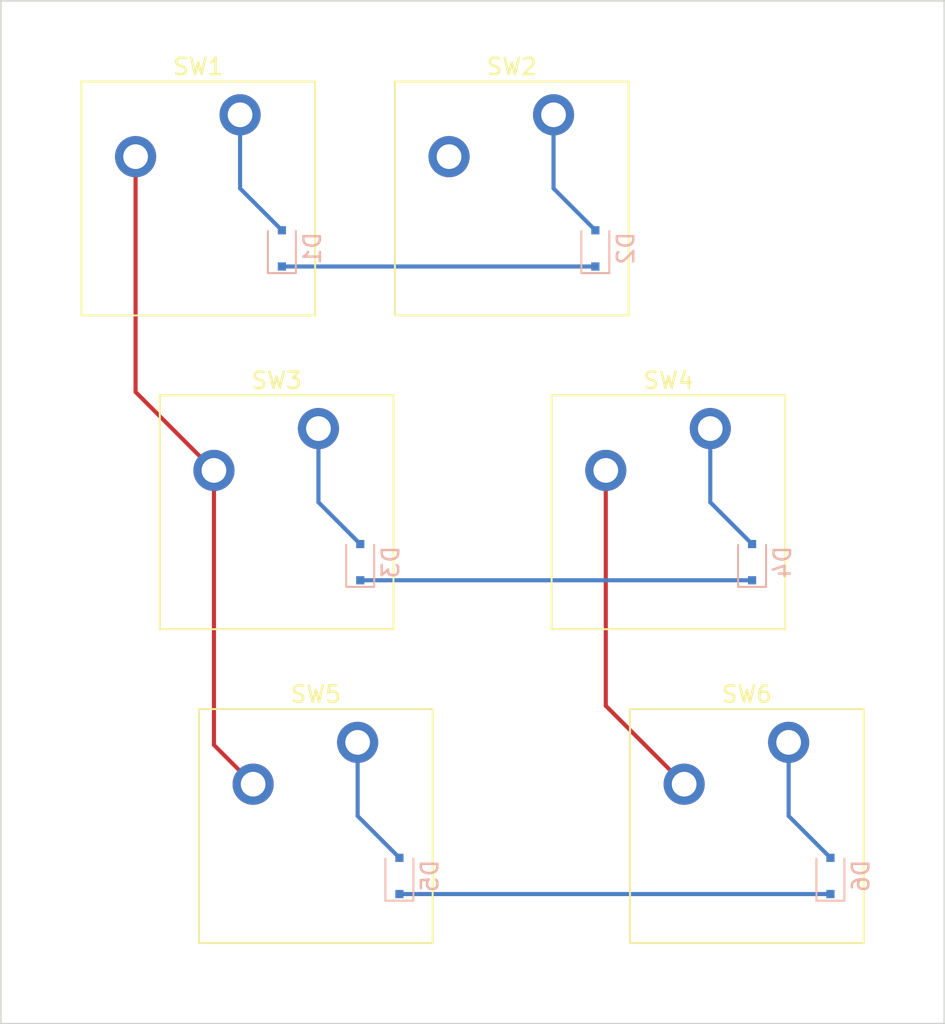
<source format=kicad_pcb>
(kicad_pcb (version 20171130) (host pcbnew 5.1.9-73d0e3b20d~88~ubuntu20.04.1)

  (general
    (thickness 1.6)
    (drawings 4)
    (tracks 21)
    (zones 0)
    (modules 12)
    (nets 13)
  )

  (page A4)
  (layers
    (0 F.Cu signal)
    (31 B.Cu signal)
    (32 B.Adhes user)
    (33 F.Adhes user)
    (34 B.Paste user)
    (35 F.Paste user)
    (36 B.SilkS user)
    (37 F.SilkS user)
    (38 B.Mask user)
    (39 F.Mask user)
    (40 Dwgs.User user)
    (41 Cmts.User user)
    (42 Eco1.User user)
    (43 Eco2.User user)
    (44 Edge.Cuts user)
    (45 Margin user)
    (46 B.CrtYd user)
    (47 F.CrtYd user)
    (48 B.Fab user)
    (49 F.Fab user)
  )

  (setup
    (last_trace_width 0.25)
    (trace_clearance 0.2)
    (zone_clearance 0.508)
    (zone_45_only no)
    (trace_min 0.2)
    (via_size 0.8)
    (via_drill 0.4)
    (via_min_size 0.4)
    (via_min_drill 0.3)
    (uvia_size 0.3)
    (uvia_drill 0.1)
    (uvias_allowed no)
    (uvia_min_size 0.2)
    (uvia_min_drill 0.1)
    (edge_width 0.05)
    (segment_width 0.2)
    (pcb_text_width 0.3)
    (pcb_text_size 1.5 1.5)
    (mod_edge_width 0.12)
    (mod_text_size 1 1)
    (mod_text_width 0.15)
    (pad_size 1.524 1.524)
    (pad_drill 0.762)
    (pad_to_mask_clearance 0)
    (aux_axis_origin 0 0)
    (visible_elements FFFFFF7F)
    (pcbplotparams
      (layerselection 0x010fc_ffffffff)
      (usegerberextensions false)
      (usegerberattributes true)
      (usegerberadvancedattributes true)
      (creategerberjobfile true)
      (excludeedgelayer true)
      (linewidth 0.150000)
      (plotframeref false)
      (viasonmask false)
      (mode 1)
      (useauxorigin false)
      (hpglpennumber 1)
      (hpglpenspeed 20)
      (hpglpendiameter 15.000000)
      (psnegative false)
      (psa4output false)
      (plotreference true)
      (plotvalue true)
      (plotinvisibletext false)
      (padsonsilk false)
      (subtractmaskfromsilk false)
      (outputformat 1)
      (mirror false)
      (drillshape 1)
      (scaleselection 1)
      (outputdirectory ""))
  )

  (net 0 "")
  (net 1 COL0)
  (net 2 COL1)
  (net 3 COL2)
  (net 4 N$1)
  (net 5 N$2)
  (net 6 N$3)
  (net 7 N$4)
  (net 8 N$5)
  (net 9 N$6)
  (net 10 ROW0)
  (net 11 ROW1)
  (net 12 ROW2)

  (net_class Default "This is the default net class."
    (clearance 0.2)
    (trace_width 0.25)
    (via_dia 0.8)
    (via_drill 0.4)
    (uvia_dia 0.3)
    (uvia_drill 0.1)
    (add_net COL0)
    (add_net COL1)
    (add_net COL2)
    (add_net N$1)
    (add_net N$2)
    (add_net N$3)
    (add_net N$4)
    (add_net N$5)
    (add_net N$6)
    (add_net ROW0)
    (add_net ROW1)
    (add_net ROW2)
  )

  (module SW_Cherry_MX_PCB_1.00u (layer F.Cu) (tedit 602D5B6F) (tstamp 60529088)
    (at 67.8625 72.625)
    (descr "Cherry MX keyswitch, https://www.cherrymx.de/en/dev.html")
    (tags "Cherry MX Keyboard Keyswitch Switch PCB 1.00u")
    (path /top/17271162349258506133)
    (fp_text reference SW6 (at 0 -8) (layer F.SilkS)
      (effects (font (size 1 1) (thickness 0.15)))
    )
    (fp_text value SW_Push (at 0 8) (layer F.Fab)
      (effects (font (size 1 1) (thickness 0.15)))
    )
    (fp_line (start -7 -7) (end -7 7) (layer F.Fab) (width 0.1))
    (fp_line (start -7 7) (end 7 7) (layer F.Fab) (width 0.1))
    (fp_line (start 7 7) (end 7 -7) (layer F.Fab) (width 0.1))
    (fp_line (start 7 -7) (end -7 -7) (layer F.Fab) (width 0.1))
    (fp_line (start -7.1 -7.1) (end -7.1 7.1) (layer F.SilkS) (width 0.12))
    (fp_line (start -7.1 7.1) (end 7.1 7.1) (layer F.SilkS) (width 0.12))
    (fp_line (start 7.1 7.1) (end 7.1 -7.1) (layer F.SilkS) (width 0.12))
    (fp_line (start 7.1 -7.1) (end -7.1 -7.1) (layer F.SilkS) (width 0.12))
    (fp_line (start -7.25 -7.25) (end -7.25 7.25) (layer F.CrtYd) (width 0.05))
    (fp_line (start -7.25 7.25) (end 7.25 7.25) (layer F.CrtYd) (width 0.05))
    (fp_line (start 7.25 7.25) (end 7.25 -7.25) (layer F.CrtYd) (width 0.05))
    (fp_line (start 7.25 -7.25) (end -7.25 -7.25) (layer F.CrtYd) (width 0.05))
    (fp_line (start -9.525 -9.525) (end -9.525 9.525) (layer Dwgs.User) (width 0.1))
    (fp_line (start -9.525 9.525) (end 9.525 9.525) (layer Dwgs.User) (width 0.1))
    (fp_line (start 9.525 9.525) (end 9.525 -9.525) (layer Dwgs.User) (width 0.1))
    (fp_line (start 9.525 -9.525) (end -9.525 -9.525) (layer Dwgs.User) (width 0.1))
    (fp_text user %R (at 0 0) (layer F.Fab)
      (effects (font (size 1 1) (thickness 0.15)))
    )
    (pad "" np_thru_hole circle (at 5.08 0) (size 1.75 1.75) (drill 1.75) (layers *.Cu *.Mask))
    (pad "" np_thru_hole circle (at -5.08 0) (size 1.75 1.75) (drill 1.75) (layers *.Cu *.Mask))
    (pad "" np_thru_hole circle (at 0 0) (size 4 4) (drill 4) (layers *.Cu *.Mask))
    (pad 2 thru_hole circle (at 2.54 -5.08) (size 2.5 2.5) (drill 1.5) (layers *.Cu B.Mask)
      (net 9 N$6))
    (pad 1 thru_hole circle (at -3.81 -2.54) (size 2.5 2.5) (drill 1.5) (layers *.Cu B.Mask)
      (net 3 COL2))
    (model ${KEYSWITCH_LIB_3D}/Switch_Keyboard_Cherry_MX.3dshapes/SW_Cherry_MX_PCB.wrl
      (at (xyz 0 0 0))
      (scale (xyz 1 1 1))
      (rotate (xyz 0 0 0))
    )
  )

  (module SW_Cherry_MX_PCB_1.75u (layer F.Cu) (tedit 602D5B6F) (tstamp 60528FF7)
    (at 41.66875 72.625)
    (descr "Cherry MX keyswitch, https://www.cherrymx.de/en/dev.html")
    (tags "Cherry MX Keyboard Keyswitch Switch PCB 1.75u")
    (path /top/4776013068068764513)
    (fp_text reference SW5 (at 0 -8) (layer F.SilkS)
      (effects (font (size 1 1) (thickness 0.15)))
    )
    (fp_text value SW_Push (at 0 8) (layer F.Fab)
      (effects (font (size 1 1) (thickness 0.15)))
    )
    (fp_line (start -7 -7) (end -7 7) (layer F.Fab) (width 0.1))
    (fp_line (start -7 7) (end 7 7) (layer F.Fab) (width 0.1))
    (fp_line (start 7 7) (end 7 -7) (layer F.Fab) (width 0.1))
    (fp_line (start 7 -7) (end -7 -7) (layer F.Fab) (width 0.1))
    (fp_line (start -7.1 -7.1) (end -7.1 7.1) (layer F.SilkS) (width 0.12))
    (fp_line (start -7.1 7.1) (end 7.1 7.1) (layer F.SilkS) (width 0.12))
    (fp_line (start 7.1 7.1) (end 7.1 -7.1) (layer F.SilkS) (width 0.12))
    (fp_line (start 7.1 -7.1) (end -7.1 -7.1) (layer F.SilkS) (width 0.12))
    (fp_line (start -7.25 -7.25) (end -7.25 7.25) (layer F.CrtYd) (width 0.05))
    (fp_line (start -7.25 7.25) (end 7.25 7.25) (layer F.CrtYd) (width 0.05))
    (fp_line (start 7.25 7.25) (end 7.25 -7.25) (layer F.CrtYd) (width 0.05))
    (fp_line (start 7.25 -7.25) (end -7.25 -7.25) (layer F.CrtYd) (width 0.05))
    (fp_line (start -16.66875 -9.525) (end -16.66875 9.525) (layer Dwgs.User) (width 0.1))
    (fp_line (start -16.66875 9.525) (end 16.66875 9.525) (layer Dwgs.User) (width 0.1))
    (fp_line (start 16.66875 9.525) (end 16.66875 -9.525) (layer Dwgs.User) (width 0.1))
    (fp_line (start 16.66875 -9.525) (end -16.66875 -9.525) (layer Dwgs.User) (width 0.1))
    (fp_text user %R (at 0 0) (layer F.Fab)
      (effects (font (size 1 1) (thickness 0.15)))
    )
    (pad "" np_thru_hole circle (at 5.08 0) (size 1.75 1.75) (drill 1.75) (layers *.Cu *.Mask))
    (pad "" np_thru_hole circle (at -5.08 0) (size 1.75 1.75) (drill 1.75) (layers *.Cu *.Mask))
    (pad "" np_thru_hole circle (at 0 0) (size 4 4) (drill 4) (layers *.Cu *.Mask))
    (pad 2 thru_hole circle (at 2.54 -5.08) (size 2.5 2.5) (drill 1.5) (layers *.Cu B.Mask)
      (net 8 N$5))
    (pad 1 thru_hole circle (at -3.81 -2.54) (size 2.5 2.5) (drill 1.5) (layers *.Cu B.Mask)
      (net 1 COL0))
    (model ${KEYSWITCH_LIB_3D}/Switch_Keyboard_Cherry_MX.3dshapes/SW_Cherry_MX_PCB.wrl
      (at (xyz 0 0 0))
      (scale (xyz 1 1 1))
      (rotate (xyz 0 0 0))
    )
  )

  (module SW_Cherry_MX_PCB_1.00u (layer F.Cu) (tedit 602D5B6F) (tstamp 60528F66)
    (at 63.1 53.575)
    (descr "Cherry MX keyswitch, https://www.cherrymx.de/en/dev.html")
    (tags "Cherry MX Keyboard Keyswitch Switch PCB 1.00u")
    (path /top/13820252888379970754)
    (fp_text reference SW4 (at 0 -8) (layer F.SilkS)
      (effects (font (size 1 1) (thickness 0.15)))
    )
    (fp_text value SW_Push (at 0 8) (layer F.Fab)
      (effects (font (size 1 1) (thickness 0.15)))
    )
    (fp_line (start -7 -7) (end -7 7) (layer F.Fab) (width 0.1))
    (fp_line (start -7 7) (end 7 7) (layer F.Fab) (width 0.1))
    (fp_line (start 7 7) (end 7 -7) (layer F.Fab) (width 0.1))
    (fp_line (start 7 -7) (end -7 -7) (layer F.Fab) (width 0.1))
    (fp_line (start -7.1 -7.1) (end -7.1 7.1) (layer F.SilkS) (width 0.12))
    (fp_line (start -7.1 7.1) (end 7.1 7.1) (layer F.SilkS) (width 0.12))
    (fp_line (start 7.1 7.1) (end 7.1 -7.1) (layer F.SilkS) (width 0.12))
    (fp_line (start 7.1 -7.1) (end -7.1 -7.1) (layer F.SilkS) (width 0.12))
    (fp_line (start -7.25 -7.25) (end -7.25 7.25) (layer F.CrtYd) (width 0.05))
    (fp_line (start -7.25 7.25) (end 7.25 7.25) (layer F.CrtYd) (width 0.05))
    (fp_line (start 7.25 7.25) (end 7.25 -7.25) (layer F.CrtYd) (width 0.05))
    (fp_line (start 7.25 -7.25) (end -7.25 -7.25) (layer F.CrtYd) (width 0.05))
    (fp_line (start -9.525 -9.525) (end -9.525 9.525) (layer Dwgs.User) (width 0.1))
    (fp_line (start -9.525 9.525) (end 9.525 9.525) (layer Dwgs.User) (width 0.1))
    (fp_line (start 9.525 9.525) (end 9.525 -9.525) (layer Dwgs.User) (width 0.1))
    (fp_line (start 9.525 -9.525) (end -9.525 -9.525) (layer Dwgs.User) (width 0.1))
    (fp_text user %R (at 0 0) (layer F.Fab)
      (effects (font (size 1 1) (thickness 0.15)))
    )
    (pad "" np_thru_hole circle (at 5.08 0) (size 1.75 1.75) (drill 1.75) (layers *.Cu *.Mask))
    (pad "" np_thru_hole circle (at -5.08 0) (size 1.75 1.75) (drill 1.75) (layers *.Cu *.Mask))
    (pad "" np_thru_hole circle (at 0 0) (size 4 4) (drill 4) (layers *.Cu *.Mask))
    (pad 2 thru_hole circle (at 2.54 -5.08) (size 2.5 2.5) (drill 1.5) (layers *.Cu B.Mask)
      (net 7 N$4))
    (pad 1 thru_hole circle (at -3.81 -2.54) (size 2.5 2.5) (drill 1.5) (layers *.Cu B.Mask)
      (net 3 COL2))
    (model ${KEYSWITCH_LIB_3D}/Switch_Keyboard_Cherry_MX.3dshapes/SW_Cherry_MX_PCB.wrl
      (at (xyz 0 0 0))
      (scale (xyz 1 1 1))
      (rotate (xyz 0 0 0))
    )
  )

  (module SW_Cherry_MX_PCB_1.50u (layer F.Cu) (tedit 602D5B6F) (tstamp 60528ED5)
    (at 39.2875 53.575)
    (descr "Cherry MX keyswitch, https://www.cherrymx.de/en/dev.html")
    (tags "Cherry MX Keyboard Keyswitch Switch PCB 1.50u")
    (path /top/11092492968316762514)
    (fp_text reference SW3 (at 0 -8) (layer F.SilkS)
      (effects (font (size 1 1) (thickness 0.15)))
    )
    (fp_text value SW_Push (at 0 8) (layer F.Fab)
      (effects (font (size 1 1) (thickness 0.15)))
    )
    (fp_line (start -7 -7) (end -7 7) (layer F.Fab) (width 0.1))
    (fp_line (start -7 7) (end 7 7) (layer F.Fab) (width 0.1))
    (fp_line (start 7 7) (end 7 -7) (layer F.Fab) (width 0.1))
    (fp_line (start 7 -7) (end -7 -7) (layer F.Fab) (width 0.1))
    (fp_line (start -7.1 -7.1) (end -7.1 7.1) (layer F.SilkS) (width 0.12))
    (fp_line (start -7.1 7.1) (end 7.1 7.1) (layer F.SilkS) (width 0.12))
    (fp_line (start 7.1 7.1) (end 7.1 -7.1) (layer F.SilkS) (width 0.12))
    (fp_line (start 7.1 -7.1) (end -7.1 -7.1) (layer F.SilkS) (width 0.12))
    (fp_line (start -7.25 -7.25) (end -7.25 7.25) (layer F.CrtYd) (width 0.05))
    (fp_line (start -7.25 7.25) (end 7.25 7.25) (layer F.CrtYd) (width 0.05))
    (fp_line (start 7.25 7.25) (end 7.25 -7.25) (layer F.CrtYd) (width 0.05))
    (fp_line (start 7.25 -7.25) (end -7.25 -7.25) (layer F.CrtYd) (width 0.05))
    (fp_line (start -14.2875 -9.525) (end -14.2875 9.525) (layer Dwgs.User) (width 0.1))
    (fp_line (start -14.2875 9.525) (end 14.2875 9.525) (layer Dwgs.User) (width 0.1))
    (fp_line (start 14.2875 9.525) (end 14.2875 -9.525) (layer Dwgs.User) (width 0.1))
    (fp_line (start 14.2875 -9.525) (end -14.2875 -9.525) (layer Dwgs.User) (width 0.1))
    (fp_text user %R (at 0 0) (layer F.Fab)
      (effects (font (size 1 1) (thickness 0.15)))
    )
    (pad "" np_thru_hole circle (at 5.08 0) (size 1.75 1.75) (drill 1.75) (layers *.Cu *.Mask))
    (pad "" np_thru_hole circle (at -5.08 0) (size 1.75 1.75) (drill 1.75) (layers *.Cu *.Mask))
    (pad "" np_thru_hole circle (at 0 0) (size 4 4) (drill 4) (layers *.Cu *.Mask))
    (pad 2 thru_hole circle (at 2.54 -5.08) (size 2.5 2.5) (drill 1.5) (layers *.Cu B.Mask)
      (net 6 N$3))
    (pad 1 thru_hole circle (at -3.81 -2.54) (size 2.5 2.5) (drill 1.5) (layers *.Cu B.Mask)
      (net 1 COL0))
    (model ${KEYSWITCH_LIB_3D}/Switch_Keyboard_Cherry_MX.3dshapes/SW_Cherry_MX_PCB.wrl
      (at (xyz 0 0 0))
      (scale (xyz 1 1 1))
      (rotate (xyz 0 0 0))
    )
  )

  (module SW_Cherry_MX_PCB_1.00u (layer F.Cu) (tedit 602D5B6F) (tstamp 60528E44)
    (at 53.575 34.525)
    (descr "Cherry MX keyswitch, https://www.cherrymx.de/en/dev.html")
    (tags "Cherry MX Keyboard Keyswitch Switch PCB 1.00u")
    (path /top/10375741220794181206)
    (fp_text reference SW2 (at 0 -8) (layer F.SilkS)
      (effects (font (size 1 1) (thickness 0.15)))
    )
    (fp_text value SW_Push (at 0 8) (layer F.Fab)
      (effects (font (size 1 1) (thickness 0.15)))
    )
    (fp_line (start -7 -7) (end -7 7) (layer F.Fab) (width 0.1))
    (fp_line (start -7 7) (end 7 7) (layer F.Fab) (width 0.1))
    (fp_line (start 7 7) (end 7 -7) (layer F.Fab) (width 0.1))
    (fp_line (start 7 -7) (end -7 -7) (layer F.Fab) (width 0.1))
    (fp_line (start -7.1 -7.1) (end -7.1 7.1) (layer F.SilkS) (width 0.12))
    (fp_line (start -7.1 7.1) (end 7.1 7.1) (layer F.SilkS) (width 0.12))
    (fp_line (start 7.1 7.1) (end 7.1 -7.1) (layer F.SilkS) (width 0.12))
    (fp_line (start 7.1 -7.1) (end -7.1 -7.1) (layer F.SilkS) (width 0.12))
    (fp_line (start -7.25 -7.25) (end -7.25 7.25) (layer F.CrtYd) (width 0.05))
    (fp_line (start -7.25 7.25) (end 7.25 7.25) (layer F.CrtYd) (width 0.05))
    (fp_line (start 7.25 7.25) (end 7.25 -7.25) (layer F.CrtYd) (width 0.05))
    (fp_line (start 7.25 -7.25) (end -7.25 -7.25) (layer F.CrtYd) (width 0.05))
    (fp_line (start -9.525 -9.525) (end -9.525 9.525) (layer Dwgs.User) (width 0.1))
    (fp_line (start -9.525 9.525) (end 9.525 9.525) (layer Dwgs.User) (width 0.1))
    (fp_line (start 9.525 9.525) (end 9.525 -9.525) (layer Dwgs.User) (width 0.1))
    (fp_line (start 9.525 -9.525) (end -9.525 -9.525) (layer Dwgs.User) (width 0.1))
    (fp_text user %R (at 0 0) (layer F.Fab)
      (effects (font (size 1 1) (thickness 0.15)))
    )
    (pad "" np_thru_hole circle (at 5.08 0) (size 1.75 1.75) (drill 1.75) (layers *.Cu *.Mask))
    (pad "" np_thru_hole circle (at -5.08 0) (size 1.75 1.75) (drill 1.75) (layers *.Cu *.Mask))
    (pad "" np_thru_hole circle (at 0 0) (size 4 4) (drill 4) (layers *.Cu *.Mask))
    (pad 2 thru_hole circle (at 2.54 -5.08) (size 2.5 2.5) (drill 1.5) (layers *.Cu B.Mask)
      (net 5 N$2))
    (pad 1 thru_hole circle (at -3.81 -2.54) (size 2.5 2.5) (drill 1.5) (layers *.Cu B.Mask)
      (net 2 COL1))
    (model ${KEYSWITCH_LIB_3D}/Switch_Keyboard_Cherry_MX.3dshapes/SW_Cherry_MX_PCB.wrl
      (at (xyz 0 0 0))
      (scale (xyz 1 1 1))
      (rotate (xyz 0 0 0))
    )
  )

  (module SW_Cherry_MX_PCB_1.00u (layer F.Cu) (tedit 602D5B6F) (tstamp 60528DB3)
    (at 34.525 34.525)
    (descr "Cherry MX keyswitch, https://www.cherrymx.de/en/dev.html")
    (tags "Cherry MX Keyboard Keyswitch Switch PCB 1.00u")
    (path /top/13578606004358057642)
    (fp_text reference SW1 (at 0 -8) (layer F.SilkS)
      (effects (font (size 1 1) (thickness 0.15)))
    )
    (fp_text value SW_Push (at 0 8) (layer F.Fab)
      (effects (font (size 1 1) (thickness 0.15)))
    )
    (fp_line (start -7 -7) (end -7 7) (layer F.Fab) (width 0.1))
    (fp_line (start -7 7) (end 7 7) (layer F.Fab) (width 0.1))
    (fp_line (start 7 7) (end 7 -7) (layer F.Fab) (width 0.1))
    (fp_line (start 7 -7) (end -7 -7) (layer F.Fab) (width 0.1))
    (fp_line (start -7.1 -7.1) (end -7.1 7.1) (layer F.SilkS) (width 0.12))
    (fp_line (start -7.1 7.1) (end 7.1 7.1) (layer F.SilkS) (width 0.12))
    (fp_line (start 7.1 7.1) (end 7.1 -7.1) (layer F.SilkS) (width 0.12))
    (fp_line (start 7.1 -7.1) (end -7.1 -7.1) (layer F.SilkS) (width 0.12))
    (fp_line (start -7.25 -7.25) (end -7.25 7.25) (layer F.CrtYd) (width 0.05))
    (fp_line (start -7.25 7.25) (end 7.25 7.25) (layer F.CrtYd) (width 0.05))
    (fp_line (start 7.25 7.25) (end 7.25 -7.25) (layer F.CrtYd) (width 0.05))
    (fp_line (start 7.25 -7.25) (end -7.25 -7.25) (layer F.CrtYd) (width 0.05))
    (fp_line (start -9.525 -9.525) (end -9.525 9.525) (layer Dwgs.User) (width 0.1))
    (fp_line (start -9.525 9.525) (end 9.525 9.525) (layer Dwgs.User) (width 0.1))
    (fp_line (start 9.525 9.525) (end 9.525 -9.525) (layer Dwgs.User) (width 0.1))
    (fp_line (start 9.525 -9.525) (end -9.525 -9.525) (layer Dwgs.User) (width 0.1))
    (fp_text user %R (at 0 0) (layer F.Fab)
      (effects (font (size 1 1) (thickness 0.15)))
    )
    (pad "" np_thru_hole circle (at 5.08 0) (size 1.75 1.75) (drill 1.75) (layers *.Cu *.Mask))
    (pad "" np_thru_hole circle (at -5.08 0) (size 1.75 1.75) (drill 1.75) (layers *.Cu *.Mask))
    (pad "" np_thru_hole circle (at 0 0) (size 4 4) (drill 4) (layers *.Cu *.Mask))
    (pad 2 thru_hole circle (at 2.54 -5.08) (size 2.5 2.5) (drill 1.5) (layers *.Cu B.Mask)
      (net 4 N$1))
    (pad 1 thru_hole circle (at -3.81 -2.54) (size 2.5 2.5) (drill 1.5) (layers *.Cu B.Mask)
      (net 1 COL0))
    (model ${KEYSWITCH_LIB_3D}/Switch_Keyboard_Cherry_MX.3dshapes/SW_Cherry_MX_PCB.wrl
      (at (xyz 0 0 0))
      (scale (xyz 1 1 1))
      (rotate (xyz 0 0 0))
    )
  )

  (module D_SOD-323F (layer B.Cu) (tedit 590A48EB) (tstamp 60528D24)
    (at 72.9425 75.655 90)
    (descr "SOD-323F http://www.nxp.com/documents/outline_drawing/SOD323F.pdf")
    (tags SOD-323F)
    (path /top/3595895372375394985)
    (attr smd)
    (fp_text reference D6 (at 0 1.85 90) (layer B.SilkS)
      (effects (font (size 1 1) (thickness 0.15)) (justify mirror))
    )
    (fp_text value D (at 0.1 -1.9 90) (layer B.Fab)
      (effects (font (size 1 1) (thickness 0.15)) (justify mirror))
    )
    (fp_line (start -1.5 0.85) (end -1.5 -0.85) (layer B.SilkS) (width 0.12))
    (fp_line (start 0.2 0) (end 0.45 0) (layer B.Fab) (width 0.1))
    (fp_line (start 0.2 -0.35) (end -0.3 0) (layer B.Fab) (width 0.1))
    (fp_line (start 0.2 0.35) (end 0.2 -0.35) (layer B.Fab) (width 0.1))
    (fp_line (start -0.3 0) (end 0.2 0.35) (layer B.Fab) (width 0.1))
    (fp_line (start -0.3 0) (end -0.5 0) (layer B.Fab) (width 0.1))
    (fp_line (start -0.3 0.35) (end -0.3 -0.35) (layer B.Fab) (width 0.1))
    (fp_line (start -0.9 -0.7) (end -0.9 0.7) (layer B.Fab) (width 0.1))
    (fp_line (start 0.9 -0.7) (end -0.9 -0.7) (layer B.Fab) (width 0.1))
    (fp_line (start 0.9 0.7) (end 0.9 -0.7) (layer B.Fab) (width 0.1))
    (fp_line (start -0.9 0.7) (end 0.9 0.7) (layer B.Fab) (width 0.1))
    (fp_line (start -1.6 0.95) (end 1.6 0.95) (layer B.CrtYd) (width 0.05))
    (fp_line (start 1.6 0.95) (end 1.6 -0.95) (layer B.CrtYd) (width 0.05))
    (fp_line (start -1.6 -0.95) (end 1.6 -0.95) (layer B.CrtYd) (width 0.05))
    (fp_line (start -1.6 0.95) (end -1.6 -0.95) (layer B.CrtYd) (width 0.05))
    (fp_line (start -1.5 -0.85) (end 1.05 -0.85) (layer B.SilkS) (width 0.12))
    (fp_line (start -1.5 0.85) (end 1.05 0.85) (layer B.SilkS) (width 0.12))
    (fp_text user %R (at 0 1.85 90) (layer B.Fab)
      (effects (font (size 1 1) (thickness 0.15)) (justify mirror))
    )
    (pad 2 smd rect (at 1.1 0 90) (size 0.5 0.5) (layers B.Cu B.Paste B.Mask)
      (net 9 N$6))
    (pad 1 smd rect (at -1.1 0 90) (size 0.5 0.5) (layers B.Cu B.Paste B.Mask)
      (net 12 ROW2))
    (model ${KISYS3DMOD}/Diode_SMD.3dshapes/D_SOD-323F.wrl
      (at (xyz 0 0 0))
      (scale (xyz 1 1 1))
      (rotate (xyz 0 0 0))
    )
  )

  (module D_SOD-323F (layer B.Cu) (tedit 590A48EB) (tstamp 60528C5F)
    (at 46.74875 75.655 90)
    (descr "SOD-323F http://www.nxp.com/documents/outline_drawing/SOD323F.pdf")
    (tags SOD-323F)
    (path /top/8510552495190868381)
    (attr smd)
    (fp_text reference D5 (at 0 1.85 90) (layer B.SilkS)
      (effects (font (size 1 1) (thickness 0.15)) (justify mirror))
    )
    (fp_text value D (at 0.1 -1.9 90) (layer B.Fab)
      (effects (font (size 1 1) (thickness 0.15)) (justify mirror))
    )
    (fp_line (start -1.5 0.85) (end -1.5 -0.85) (layer B.SilkS) (width 0.12))
    (fp_line (start 0.2 0) (end 0.45 0) (layer B.Fab) (width 0.1))
    (fp_line (start 0.2 -0.35) (end -0.3 0) (layer B.Fab) (width 0.1))
    (fp_line (start 0.2 0.35) (end 0.2 -0.35) (layer B.Fab) (width 0.1))
    (fp_line (start -0.3 0) (end 0.2 0.35) (layer B.Fab) (width 0.1))
    (fp_line (start -0.3 0) (end -0.5 0) (layer B.Fab) (width 0.1))
    (fp_line (start -0.3 0.35) (end -0.3 -0.35) (layer B.Fab) (width 0.1))
    (fp_line (start -0.9 -0.7) (end -0.9 0.7) (layer B.Fab) (width 0.1))
    (fp_line (start 0.9 -0.7) (end -0.9 -0.7) (layer B.Fab) (width 0.1))
    (fp_line (start 0.9 0.7) (end 0.9 -0.7) (layer B.Fab) (width 0.1))
    (fp_line (start -0.9 0.7) (end 0.9 0.7) (layer B.Fab) (width 0.1))
    (fp_line (start -1.6 0.95) (end 1.6 0.95) (layer B.CrtYd) (width 0.05))
    (fp_line (start 1.6 0.95) (end 1.6 -0.95) (layer B.CrtYd) (width 0.05))
    (fp_line (start -1.6 -0.95) (end 1.6 -0.95) (layer B.CrtYd) (width 0.05))
    (fp_line (start -1.6 0.95) (end -1.6 -0.95) (layer B.CrtYd) (width 0.05))
    (fp_line (start -1.5 -0.85) (end 1.05 -0.85) (layer B.SilkS) (width 0.12))
    (fp_line (start -1.5 0.85) (end 1.05 0.85) (layer B.SilkS) (width 0.12))
    (fp_text user %R (at 0 1.85 90) (layer B.Fab)
      (effects (font (size 1 1) (thickness 0.15)) (justify mirror))
    )
    (pad 2 smd rect (at 1.1 0 90) (size 0.5 0.5) (layers B.Cu B.Paste B.Mask)
      (net 8 N$5))
    (pad 1 smd rect (at -1.1 0 90) (size 0.5 0.5) (layers B.Cu B.Paste B.Mask)
      (net 12 ROW2))
    (model ${KISYS3DMOD}/Diode_SMD.3dshapes/D_SOD-323F.wrl
      (at (xyz 0 0 0))
      (scale (xyz 1 1 1))
      (rotate (xyz 0 0 0))
    )
  )

  (module D_SOD-323F (layer B.Cu) (tedit 590A48EB) (tstamp 60528B9A)
    (at 68.18 56.605 90)
    (descr "SOD-323F http://www.nxp.com/documents/outline_drawing/SOD323F.pdf")
    (tags SOD-323F)
    (path /top/2668230186532660035)
    (attr smd)
    (fp_text reference D4 (at 0 1.85 90) (layer B.SilkS)
      (effects (font (size 1 1) (thickness 0.15)) (justify mirror))
    )
    (fp_text value D (at 0.1 -1.9 90) (layer B.Fab)
      (effects (font (size 1 1) (thickness 0.15)) (justify mirror))
    )
    (fp_line (start -1.5 0.85) (end -1.5 -0.85) (layer B.SilkS) (width 0.12))
    (fp_line (start 0.2 0) (end 0.45 0) (layer B.Fab) (width 0.1))
    (fp_line (start 0.2 -0.35) (end -0.3 0) (layer B.Fab) (width 0.1))
    (fp_line (start 0.2 0.35) (end 0.2 -0.35) (layer B.Fab) (width 0.1))
    (fp_line (start -0.3 0) (end 0.2 0.35) (layer B.Fab) (width 0.1))
    (fp_line (start -0.3 0) (end -0.5 0) (layer B.Fab) (width 0.1))
    (fp_line (start -0.3 0.35) (end -0.3 -0.35) (layer B.Fab) (width 0.1))
    (fp_line (start -0.9 -0.7) (end -0.9 0.7) (layer B.Fab) (width 0.1))
    (fp_line (start 0.9 -0.7) (end -0.9 -0.7) (layer B.Fab) (width 0.1))
    (fp_line (start 0.9 0.7) (end 0.9 -0.7) (layer B.Fab) (width 0.1))
    (fp_line (start -0.9 0.7) (end 0.9 0.7) (layer B.Fab) (width 0.1))
    (fp_line (start -1.6 0.95) (end 1.6 0.95) (layer B.CrtYd) (width 0.05))
    (fp_line (start 1.6 0.95) (end 1.6 -0.95) (layer B.CrtYd) (width 0.05))
    (fp_line (start -1.6 -0.95) (end 1.6 -0.95) (layer B.CrtYd) (width 0.05))
    (fp_line (start -1.6 0.95) (end -1.6 -0.95) (layer B.CrtYd) (width 0.05))
    (fp_line (start -1.5 -0.85) (end 1.05 -0.85) (layer B.SilkS) (width 0.12))
    (fp_line (start -1.5 0.85) (end 1.05 0.85) (layer B.SilkS) (width 0.12))
    (fp_text user %R (at 0 1.85 90) (layer B.Fab)
      (effects (font (size 1 1) (thickness 0.15)) (justify mirror))
    )
    (pad 2 smd rect (at 1.1 0 90) (size 0.5 0.5) (layers B.Cu B.Paste B.Mask)
      (net 7 N$4))
    (pad 1 smd rect (at -1.1 0 90) (size 0.5 0.5) (layers B.Cu B.Paste B.Mask)
      (net 11 ROW1))
    (model ${KISYS3DMOD}/Diode_SMD.3dshapes/D_SOD-323F.wrl
      (at (xyz 0 0 0))
      (scale (xyz 1 1 1))
      (rotate (xyz 0 0 0))
    )
  )

  (module D_SOD-323F (layer B.Cu) (tedit 590A48EB) (tstamp 60528AD5)
    (at 44.3675 56.605 90)
    (descr "SOD-323F http://www.nxp.com/documents/outline_drawing/SOD323F.pdf")
    (tags SOD-323F)
    (path /top/9601076057707315429)
    (attr smd)
    (fp_text reference D3 (at 0 1.85 90) (layer B.SilkS)
      (effects (font (size 1 1) (thickness 0.15)) (justify mirror))
    )
    (fp_text value D (at 0.1 -1.9 90) (layer B.Fab)
      (effects (font (size 1 1) (thickness 0.15)) (justify mirror))
    )
    (fp_line (start -1.5 0.85) (end -1.5 -0.85) (layer B.SilkS) (width 0.12))
    (fp_line (start 0.2 0) (end 0.45 0) (layer B.Fab) (width 0.1))
    (fp_line (start 0.2 -0.35) (end -0.3 0) (layer B.Fab) (width 0.1))
    (fp_line (start 0.2 0.35) (end 0.2 -0.35) (layer B.Fab) (width 0.1))
    (fp_line (start -0.3 0) (end 0.2 0.35) (layer B.Fab) (width 0.1))
    (fp_line (start -0.3 0) (end -0.5 0) (layer B.Fab) (width 0.1))
    (fp_line (start -0.3 0.35) (end -0.3 -0.35) (layer B.Fab) (width 0.1))
    (fp_line (start -0.9 -0.7) (end -0.9 0.7) (layer B.Fab) (width 0.1))
    (fp_line (start 0.9 -0.7) (end -0.9 -0.7) (layer B.Fab) (width 0.1))
    (fp_line (start 0.9 0.7) (end 0.9 -0.7) (layer B.Fab) (width 0.1))
    (fp_line (start -0.9 0.7) (end 0.9 0.7) (layer B.Fab) (width 0.1))
    (fp_line (start -1.6 0.95) (end 1.6 0.95) (layer B.CrtYd) (width 0.05))
    (fp_line (start 1.6 0.95) (end 1.6 -0.95) (layer B.CrtYd) (width 0.05))
    (fp_line (start -1.6 -0.95) (end 1.6 -0.95) (layer B.CrtYd) (width 0.05))
    (fp_line (start -1.6 0.95) (end -1.6 -0.95) (layer B.CrtYd) (width 0.05))
    (fp_line (start -1.5 -0.85) (end 1.05 -0.85) (layer B.SilkS) (width 0.12))
    (fp_line (start -1.5 0.85) (end 1.05 0.85) (layer B.SilkS) (width 0.12))
    (fp_text user %R (at 0 1.85 90) (layer B.Fab)
      (effects (font (size 1 1) (thickness 0.15)) (justify mirror))
    )
    (pad 2 smd rect (at 1.1 0 90) (size 0.5 0.5) (layers B.Cu B.Paste B.Mask)
      (net 6 N$3))
    (pad 1 smd rect (at -1.1 0 90) (size 0.5 0.5) (layers B.Cu B.Paste B.Mask)
      (net 11 ROW1))
    (model ${KISYS3DMOD}/Diode_SMD.3dshapes/D_SOD-323F.wrl
      (at (xyz 0 0 0))
      (scale (xyz 1 1 1))
      (rotate (xyz 0 0 0))
    )
  )

  (module D_SOD-323F (layer B.Cu) (tedit 590A48EB) (tstamp 60528A10)
    (at 58.655 37.555 90)
    (descr "SOD-323F http://www.nxp.com/documents/outline_drawing/SOD323F.pdf")
    (tags SOD-323F)
    (path /top/10968134258128583450)
    (attr smd)
    (fp_text reference D2 (at 0 1.85 90) (layer B.SilkS)
      (effects (font (size 1 1) (thickness 0.15)) (justify mirror))
    )
    (fp_text value D (at 0.1 -1.9 90) (layer B.Fab)
      (effects (font (size 1 1) (thickness 0.15)) (justify mirror))
    )
    (fp_line (start -1.5 0.85) (end -1.5 -0.85) (layer B.SilkS) (width 0.12))
    (fp_line (start 0.2 0) (end 0.45 0) (layer B.Fab) (width 0.1))
    (fp_line (start 0.2 -0.35) (end -0.3 0) (layer B.Fab) (width 0.1))
    (fp_line (start 0.2 0.35) (end 0.2 -0.35) (layer B.Fab) (width 0.1))
    (fp_line (start -0.3 0) (end 0.2 0.35) (layer B.Fab) (width 0.1))
    (fp_line (start -0.3 0) (end -0.5 0) (layer B.Fab) (width 0.1))
    (fp_line (start -0.3 0.35) (end -0.3 -0.35) (layer B.Fab) (width 0.1))
    (fp_line (start -0.9 -0.7) (end -0.9 0.7) (layer B.Fab) (width 0.1))
    (fp_line (start 0.9 -0.7) (end -0.9 -0.7) (layer B.Fab) (width 0.1))
    (fp_line (start 0.9 0.7) (end 0.9 -0.7) (layer B.Fab) (width 0.1))
    (fp_line (start -0.9 0.7) (end 0.9 0.7) (layer B.Fab) (width 0.1))
    (fp_line (start -1.6 0.95) (end 1.6 0.95) (layer B.CrtYd) (width 0.05))
    (fp_line (start 1.6 0.95) (end 1.6 -0.95) (layer B.CrtYd) (width 0.05))
    (fp_line (start -1.6 -0.95) (end 1.6 -0.95) (layer B.CrtYd) (width 0.05))
    (fp_line (start -1.6 0.95) (end -1.6 -0.95) (layer B.CrtYd) (width 0.05))
    (fp_line (start -1.5 -0.85) (end 1.05 -0.85) (layer B.SilkS) (width 0.12))
    (fp_line (start -1.5 0.85) (end 1.05 0.85) (layer B.SilkS) (width 0.12))
    (fp_text user %R (at 0 1.85 90) (layer B.Fab)
      (effects (font (size 1 1) (thickness 0.15)) (justify mirror))
    )
    (pad 2 smd rect (at 1.1 0 90) (size 0.5 0.5) (layers B.Cu B.Paste B.Mask)
      (net 5 N$2))
    (pad 1 smd rect (at -1.1 0 90) (size 0.5 0.5) (layers B.Cu B.Paste B.Mask)
      (net 10 ROW0))
    (model ${KISYS3DMOD}/Diode_SMD.3dshapes/D_SOD-323F.wrl
      (at (xyz 0 0 0))
      (scale (xyz 1 1 1))
      (rotate (xyz 0 0 0))
    )
  )

  (module D_SOD-323F (layer B.Cu) (tedit 590A48EB) (tstamp 6052894B)
    (at 39.605 37.555 90)
    (descr "SOD-323F http://www.nxp.com/documents/outline_drawing/SOD323F.pdf")
    (tags SOD-323F)
    (path /top/6469507994902543449)
    (attr smd)
    (fp_text reference D1 (at 0 1.85 90) (layer B.SilkS)
      (effects (font (size 1 1) (thickness 0.15)) (justify mirror))
    )
    (fp_text value D (at 0.1 -1.9 90) (layer B.Fab)
      (effects (font (size 1 1) (thickness 0.15)) (justify mirror))
    )
    (fp_line (start -1.5 0.85) (end -1.5 -0.85) (layer B.SilkS) (width 0.12))
    (fp_line (start 0.2 0) (end 0.45 0) (layer B.Fab) (width 0.1))
    (fp_line (start 0.2 -0.35) (end -0.3 0) (layer B.Fab) (width 0.1))
    (fp_line (start 0.2 0.35) (end 0.2 -0.35) (layer B.Fab) (width 0.1))
    (fp_line (start -0.3 0) (end 0.2 0.35) (layer B.Fab) (width 0.1))
    (fp_line (start -0.3 0) (end -0.5 0) (layer B.Fab) (width 0.1))
    (fp_line (start -0.3 0.35) (end -0.3 -0.35) (layer B.Fab) (width 0.1))
    (fp_line (start -0.9 -0.7) (end -0.9 0.7) (layer B.Fab) (width 0.1))
    (fp_line (start 0.9 -0.7) (end -0.9 -0.7) (layer B.Fab) (width 0.1))
    (fp_line (start 0.9 0.7) (end 0.9 -0.7) (layer B.Fab) (width 0.1))
    (fp_line (start -0.9 0.7) (end 0.9 0.7) (layer B.Fab) (width 0.1))
    (fp_line (start -1.6 0.95) (end 1.6 0.95) (layer B.CrtYd) (width 0.05))
    (fp_line (start 1.6 0.95) (end 1.6 -0.95) (layer B.CrtYd) (width 0.05))
    (fp_line (start -1.6 -0.95) (end 1.6 -0.95) (layer B.CrtYd) (width 0.05))
    (fp_line (start -1.6 0.95) (end -1.6 -0.95) (layer B.CrtYd) (width 0.05))
    (fp_line (start -1.5 -0.85) (end 1.05 -0.85) (layer B.SilkS) (width 0.12))
    (fp_line (start -1.5 0.85) (end 1.05 0.85) (layer B.SilkS) (width 0.12))
    (fp_text user %R (at 0 1.85 90) (layer B.Fab)
      (effects (font (size 1 1) (thickness 0.15)) (justify mirror))
    )
    (pad 2 smd rect (at 1.1 0 90) (size 0.5 0.5) (layers B.Cu B.Paste B.Mask)
      (net 4 N$1))
    (pad 1 smd rect (at -1.1 0 90) (size 0.5 0.5) (layers B.Cu B.Paste B.Mask)
      (net 10 ROW0))
    (model ${KISYS3DMOD}/Diode_SMD.3dshapes/D_SOD-323F.wrl
      (at (xyz 0 0 0))
      (scale (xyz 1 1 1))
      (rotate (xyz 0 0 0))
    )
  )

  (gr_line (start 22.525 84.625) (end 22.525 22.525) (layer Edge.Cuts) (width 0.1))
  (gr_line (start 79.8625 84.625) (end 22.525 84.625) (layer Edge.Cuts) (width 0.1))
  (gr_line (start 79.8625 22.525) (end 79.8625 84.625) (layer Edge.Cuts) (width 0.1))
  (gr_line (start 22.525 22.525) (end 79.8625 22.525) (layer Edge.Cuts) (width 0.1))

  (segment (start 30.715 31.985) (end 30.715 46.2725) (width 0.25) (layer F.Cu) (net 1))
  (segment (start 30.715 46.2725) (end 35.4775 51.035) (width 0.25) (layer F.Cu) (net 1))
  (segment (start 35.4775 51.035) (end 35.4775 67.70375) (width 0.25) (layer F.Cu) (net 1))
  (segment (start 35.4775 67.70375) (end 37.85875 70.085) (width 0.25) (layer F.Cu) (net 1))
  (segment (start 59.29 51.035) (end 59.29 65.3225) (width 0.25) (layer F.Cu) (net 3))
  (segment (start 59.29 65.3225) (end 64.0525 70.085) (width 0.25) (layer F.Cu) (net 3))
  (segment (start 39.605 36.455) (end 37.065 33.915) (width 0.25) (layer B.Cu) (net 4))
  (segment (start 37.065 33.915) (end 37.065 29.445) (width 0.25) (layer B.Cu) (net 4))
  (segment (start 58.655 36.455) (end 56.115 33.915) (width 0.25) (layer B.Cu) (net 5))
  (segment (start 56.115 33.915) (end 56.115 29.445) (width 0.25) (layer B.Cu) (net 5))
  (segment (start 44.3675 55.505) (end 41.8275 52.965) (width 0.25) (layer B.Cu) (net 6))
  (segment (start 41.8275 52.965) (end 41.8275 48.495) (width 0.25) (layer B.Cu) (net 6))
  (segment (start 68.18 55.505) (end 65.64 52.965) (width 0.25) (layer B.Cu) (net 7))
  (segment (start 65.64 52.965) (end 65.64 48.495) (width 0.25) (layer B.Cu) (net 7))
  (segment (start 46.74875 74.555) (end 44.20875 72.015) (width 0.25) (layer B.Cu) (net 8))
  (segment (start 44.20875 72.015) (end 44.20875 67.545) (width 0.25) (layer B.Cu) (net 8))
  (segment (start 72.9425 74.555) (end 70.4025 72.015) (width 0.25) (layer B.Cu) (net 9))
  (segment (start 70.4025 72.015) (end 70.4025 67.545) (width 0.25) (layer B.Cu) (net 9))
  (segment (start 39.605 38.655) (end 58.655 38.655) (width 0.25) (layer B.Cu) (net 10))
  (segment (start 44.3675 57.705) (end 68.18 57.705) (width 0.25) (layer B.Cu) (net 11))
  (segment (start 46.74875 76.755) (end 72.9425 76.755) (width 0.25) (layer B.Cu) (net 12))

)

</source>
